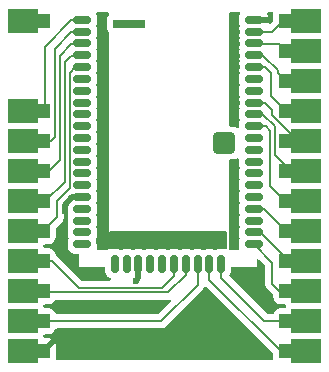
<source format=gbr>
%TF.GenerationSoftware,KiCad,Pcbnew,9.0.1+dfsg-1*%
%TF.CreationDate,2025-05-01T10:59:25+02:00*%
%TF.ProjectId,bluetooth,626c7565-746f-46f7-9468-2e6b69636164,rev?*%
%TF.SameCoordinates,Original*%
%TF.FileFunction,Copper,L1,Top*%
%TF.FilePolarity,Positive*%
%FSLAX46Y46*%
G04 Gerber Fmt 4.6, Leading zero omitted, Abs format (unit mm)*
G04 Created by KiCad (PCBNEW 9.0.1+dfsg-1) date 2025-05-01 10:59:25*
%MOMM*%
%LPD*%
G01*
G04 APERTURE LIST*
G04 Aperture macros list*
%AMRoundRect*
0 Rectangle with rounded corners*
0 $1 Rounding radius*
0 $2 $3 $4 $5 $6 $7 $8 $9 X,Y pos of 4 corners*
0 Add a 4 corners polygon primitive as box body*
4,1,4,$2,$3,$4,$5,$6,$7,$8,$9,$2,$3,0*
0 Add four circle primitives for the rounded corners*
1,1,$1+$1,$2,$3*
1,1,$1+$1,$4,$5*
1,1,$1+$1,$6,$7*
1,1,$1+$1,$8,$9*
0 Add four rect primitives between the rounded corners*
20,1,$1+$1,$2,$3,$4,$5,0*
20,1,$1+$1,$4,$5,$6,$7,0*
20,1,$1+$1,$6,$7,$8,$9,0*
20,1,$1+$1,$8,$9,$2,$3,0*%
G04 Aperture macros list end*
%TA.AperFunction,SMDPad,CuDef*%
%ADD10RoundRect,0.150000X-0.600000X-0.150000X0.600000X-0.150000X0.600000X0.150000X-0.600000X0.150000X0*%
%TD*%
%TA.AperFunction,SMDPad,CuDef*%
%ADD11RoundRect,0.150000X-0.150000X-0.600000X0.150000X-0.600000X0.150000X0.600000X-0.150000X0.600000X0*%
%TD*%
%TA.AperFunction,SMDPad,CuDef*%
%ADD12RoundRect,0.250000X-0.640000X-0.640000X0.640000X-0.640000X0.640000X0.640000X-0.640000X0.640000X0*%
%TD*%
%TA.AperFunction,SMDPad,CuDef*%
%ADD13RoundRect,0.190000X-1.205000X-0.190000X1.205000X-0.190000X1.205000X0.190000X-1.205000X0.190000X0*%
%TD*%
%TA.AperFunction,CastellatedPad*%
%ADD14R,2.540000X2.000000*%
%TD*%
%TA.AperFunction,ComponentPad*%
%ADD15RoundRect,0.250000X0.375000X0.375000X-0.375000X0.375000X-0.375000X-0.375000X0.375000X-0.375000X0*%
%TD*%
%TA.AperFunction,ViaPad*%
%ADD16C,0.600000*%
%TD*%
%TA.AperFunction,Conductor*%
%ADD17C,0.200000*%
%TD*%
%TA.AperFunction,Conductor*%
%ADD18C,0.500000*%
%TD*%
G04 APERTURE END LIST*
D10*
%TO.P,U1,1,DR1*%
%TO.N,DR1*%
X102010000Y-57550000D03*
%TO.P,U1,2,RFS1*%
%TO.N,RFS1*%
X102010000Y-58550000D03*
%TO.P,U1,3,SCLK1*%
%TO.N,SCLK1*%
X102010000Y-59550000D03*
%TO.P,U1,4,DT1*%
%TO.N,DT1*%
X102010000Y-60550000D03*
%TO.P,U1,5,MCLK1*%
%TO.N,MCLK1*%
X102010000Y-61550000D03*
%TO.P,U1,6,AOHPR*%
%TO.N,unconnected-(U1-AOHPR-Pad6)*%
X102010000Y-62550000D03*
%TO.P,U1,7,AOHPM*%
%TO.N,unconnected-(U1-AOHPM-Pad7)*%
X102010000Y-63550000D03*
%TO.P,U1,8,AOHPL*%
%TO.N,unconnected-(U1-AOHPL-Pad8)*%
X102010000Y-64550000D03*
%TO.P,U1,9,MICN2*%
%TO.N,unconnected-(U1-MICN2-Pad9)*%
X102010000Y-65550000D03*
%TO.P,U1,10,MICP2*%
%TO.N,unconnected-(U1-MICP2-Pad10)*%
X102010000Y-66550000D03*
%TO.P,U1,11,AIR*%
%TO.N,unconnected-(U1-AIR-Pad11)*%
X102010000Y-67550000D03*
%TO.P,U1,12,AIL*%
%TO.N,unconnected-(U1-AIL-Pad12)*%
X102010000Y-68550000D03*
%TO.P,U1,13,MICN1*%
%TO.N,unconnected-(U1-MICN1-Pad13)*%
X102010000Y-69550000D03*
%TO.P,U1,14,MICP1*%
%TO.N,unconnected-(U1-MICP1-Pad14)*%
X102010000Y-70550000D03*
%TO.P,U1,15,MICBIAS*%
%TO.N,unconnected-(U1-MICBIAS-Pad15)*%
X102010000Y-71550000D03*
%TO.P,U1,16,GND*%
%TO.N,GND*%
X102010000Y-72550000D03*
%TO.P,U1,17,DMIC_CLK*%
%TO.N,unconnected-(U1-DMIC_CLK-Pad17)*%
X102010000Y-73550000D03*
%TO.P,U1,18,DMIC1_R*%
%TO.N,unconnected-(U1-DMIC1_R-Pad18)*%
X102010000Y-74550000D03*
%TO.P,U1,19,DMIC1_L*%
%TO.N,unconnected-(U1-DMIC1_L-Pad19)*%
X102010000Y-75550000D03*
%TO.P,U1,20,P3_2*%
%TO.N,unconnected-(U1-P3_2-Pad20)*%
X102010000Y-76550000D03*
D11*
%TO.P,U1,21,P2_6*%
%TO.N,unconnected-(U1-P2_6-Pad21)*%
X104760000Y-78200000D03*
%TO.P,U1,22,ADAP_IN*%
%TO.N,unconnected-(U1-ADAP_IN-Pad22)*%
X105760000Y-78200000D03*
%TO.P,U1,23,BAT_IN*%
%TO.N,VCC_3V3*%
X106760000Y-78200000D03*
%TO.P,U1,24,SYS_PWR*%
%TO.N,unconnected-(U1-SYS_PWR-Pad24)*%
X107760000Y-78200000D03*
%TO.P,U1,25,VDD_IO*%
%TO.N,unconnected-(U1-VDD_IO-Pad25)*%
X108760000Y-78200000D03*
%TO.P,U1,26,PWR(MFB)*%
%TO.N,MFB*%
X109760000Y-78200000D03*
%TO.P,U1,27,SK1_AMB_DET*%
%TO.N,TEMP1*%
X110760000Y-78200000D03*
%TO.P,U1,28,SK2_KEY_AD*%
%TO.N,TEMP2*%
X111760000Y-78200000D03*
%TO.P,U1,29,P8_6/UART_RXD*%
%TO.N,UART_RXD*%
X112760000Y-78200000D03*
%TO.P,U1,30,P8_5/UART_TXD*%
%TO.N,UART_TXD*%
X113760000Y-78200000D03*
D10*
%TO.P,U1,31,P3_4/UART_RTS*%
%TO.N,UART_RTS*%
X116510000Y-76550000D03*
%TO.P,U1,32,LED1*%
%TO.N,LED1*%
X116510000Y-75550000D03*
%TO.P,U1,33,P0_2*%
%TO.N,unconnected-(U1-P0_2-Pad33)*%
X116510000Y-74550000D03*
%TO.P,U1,34,LED2*%
%TO.N,LED2*%
X116510000Y-73550000D03*
%TO.P,U1,35,P0_6*%
%TO.N,unconnected-(U1-P0_6-Pad35)*%
X116510000Y-72550000D03*
%TO.P,U1,36,DM*%
%TO.N,unconnected-(U1-DM-Pad36)*%
X116510000Y-71550000D03*
%TO.P,U1,37,DP*%
%TO.N,unconnected-(U1-DP-Pad37)*%
X116510000Y-70550000D03*
%TO.P,U1,38,P0_3*%
%TO.N,unconnected-(U1-P0_3-Pad38)*%
X116510000Y-69550000D03*
%TO.P,U1,39,P2_7*%
%TO.N,unconnected-(U1-P2_7-Pad39)*%
X116510000Y-68550000D03*
%TO.P,U1,40,P0_5*%
%TO.N,unconnected-(U1-P0_5-Pad40)*%
X116510000Y-67550000D03*
%TO.P,U1,41,P1_6/PWM1*%
%TO.N,PWM*%
X116510000Y-66550000D03*
%TO.P,U1,42,P2_3*%
%TO.N,GPIO_P2_3*%
X116510000Y-65550000D03*
%TO.P,U1,43,~{RST}*%
%TO.N,{slash}RESET*%
X116510000Y-64550000D03*
%TO.P,U1,44,P0_1*%
%TO.N,unconnected-(U1-P0_1-Pad44)*%
X116510000Y-63550000D03*
%TO.P,U1,45,P0_7*%
%TO.N,unconnected-(U1-P0_7-Pad45)*%
X116510000Y-62550000D03*
%TO.P,U1,46,P1_2/TDI_CPU/SCL*%
%TO.N,SCL*%
X116510000Y-61550000D03*
%TO.P,U1,47,P1_3/TCK_CPU/SDA*%
%TO.N,SDA*%
X116510000Y-60550000D03*
%TO.P,U1,48,P3_7/UART_CTS*%
%TO.N,UART_CTS*%
X116510000Y-59550000D03*
%TO.P,U1,49,P0_0/UART_TX_IND*%
%TO.N,UART_TX_IND*%
X116510000Y-58550000D03*
%TO.P,U1,50,GND*%
%TO.N,GND*%
X116510000Y-57550000D03*
D12*
%TO.P,U1,56,GND*%
X114030000Y-67980000D03*
D13*
%TO.P,U1,57,GND*%
X105970000Y-57870000D03*
%TD*%
D14*
%TO.P,M1,1,VCC*%
%TO.N,VCC_3V3*%
X96969000Y-57658000D03*
D15*
X98669000Y-57658000D03*
D14*
%TO.P,M1,4*%
%TO.N,DR1*%
X96969000Y-65278000D03*
D15*
X98669000Y-65278000D03*
D14*
%TO.P,M1,5*%
%TO.N,RFS1*%
X96969000Y-67818000D03*
D15*
X98669000Y-67818000D03*
D14*
%TO.P,M1,6*%
%TO.N,SCLK1*%
X96969000Y-70358000D03*
D15*
X98669000Y-70358000D03*
D14*
%TO.P,M1,7*%
%TO.N,DT1*%
X96969000Y-72898000D03*
D15*
X98669000Y-72898000D03*
D14*
%TO.P,M1,8*%
%TO.N,MCLK1*%
X96969000Y-75438000D03*
D15*
X98669000Y-75438000D03*
D14*
%TO.P,M1,9*%
%TO.N,MFB*%
X96969000Y-77978000D03*
D15*
X98669000Y-77978000D03*
D14*
%TO.P,M1,10*%
%TO.N,TEMP1*%
X96969000Y-80518000D03*
D15*
X98669000Y-80518000D03*
D14*
%TO.P,M1,11*%
%TO.N,TEMP2*%
X96969000Y-83058000D03*
D15*
X98669000Y-83058000D03*
D14*
%TO.P,M1,12,GND*%
%TO.N,GND*%
X96969000Y-85598000D03*
D15*
X98669000Y-85598000D03*
%TO.P,M1,13*%
%TO.N,UART_TX_IND*%
X119269000Y-57658000D03*
D14*
X120969000Y-57658000D03*
D15*
%TO.P,M1,14*%
%TO.N,UART_CTS*%
X119269000Y-60198000D03*
D14*
X120969000Y-60198000D03*
D15*
%TO.P,M1,15*%
%TO.N,SDA*%
X119269000Y-62738000D03*
D14*
X120969000Y-62738000D03*
D15*
%TO.P,M1,16*%
%TO.N,SCL*%
X119269000Y-65278000D03*
D14*
X120969000Y-65278000D03*
D15*
%TO.P,M1,17*%
%TO.N,{slash}RESET*%
X119269000Y-67818000D03*
D14*
X120969000Y-67818000D03*
D15*
%TO.P,M1,18*%
%TO.N,GPIO_P2_3*%
X119269000Y-70358000D03*
D14*
X120969000Y-70358000D03*
D15*
%TO.P,M1,19*%
%TO.N,PWM*%
X119269000Y-72898000D03*
D14*
X120969000Y-72898000D03*
D15*
%TO.P,M1,20*%
%TO.N,LED2*%
X119269000Y-75438000D03*
D14*
X120969000Y-75438000D03*
D15*
%TO.P,M1,21*%
%TO.N,LED1*%
X119269000Y-77978000D03*
D14*
X120969000Y-77978000D03*
D15*
%TO.P,M1,22*%
%TO.N,UART_RTS*%
X119269000Y-80518000D03*
D14*
X120969000Y-80518000D03*
D15*
%TO.P,M1,23*%
%TO.N,UART_TXD*%
X119269000Y-83058000D03*
D14*
X120969000Y-83058000D03*
D15*
%TO.P,M1,24*%
%TO.N,UART_RXD*%
X119269000Y-85598000D03*
D14*
X120969000Y-85598000D03*
%TD*%
D16*
%TO.N,GND*%
X103540000Y-61430000D03*
X115100000Y-59580000D03*
X100510000Y-73710000D03*
X107030000Y-81930000D03*
X103540000Y-60500000D03*
X114820000Y-65570000D03*
X111820000Y-76500000D03*
X109710000Y-76540000D03*
X113852000Y-68011000D03*
X101550000Y-81980000D03*
X114530000Y-83060000D03*
X104370000Y-85470000D03*
X103520000Y-57720000D03*
X114980000Y-76520000D03*
X100685000Y-84735000D03*
X103180000Y-81980000D03*
X114750000Y-73550000D03*
X116980000Y-80910000D03*
X103520000Y-72530000D03*
X112660000Y-81780000D03*
X115100000Y-61550000D03*
X105970000Y-57870000D03*
X117602000Y-57531000D03*
X103450000Y-76250000D03*
X115100000Y-60590000D03*
X107650000Y-76530000D03*
X114910000Y-75310000D03*
X115090000Y-58580000D03*
X114840000Y-66390000D03*
X103460000Y-67610000D03*
X112700000Y-76560000D03*
X115100000Y-64590000D03*
X114560000Y-85500000D03*
X110750000Y-76540000D03*
X111070000Y-82920000D03*
X103540000Y-59440000D03*
X113720000Y-76490000D03*
%TO.N,VCC_3V3*%
X106553000Y-79629000D03*
%TD*%
D17*
%TO.N,UART_CTS*%
X118652000Y-59581000D02*
X116541000Y-59581000D01*
X119269000Y-60198000D02*
X118652000Y-59581000D01*
X116541000Y-59581000D02*
X116510000Y-59550000D01*
X120269000Y-60198000D02*
X119269000Y-60198000D01*
%TO.N,UART_RXD*%
X120269000Y-85598000D02*
X118799000Y-85598000D01*
X112760000Y-79559000D02*
X112760000Y-78200000D01*
X118799000Y-85598000D02*
X112760000Y-79559000D01*
%TO.N,UART_TX_IND*%
X119002000Y-57658000D02*
X118079000Y-58581000D01*
X116541000Y-58581000D02*
X116510000Y-58550000D01*
X118079000Y-58581000D02*
X116541000Y-58581000D01*
X120269000Y-57658000D02*
X119002000Y-57658000D01*
%TO.N,LED2*%
X116541000Y-73581000D02*
X116510000Y-73550000D01*
X120269000Y-75438000D02*
X119269000Y-75438000D01*
X119208000Y-75438000D02*
X117351000Y-73581000D01*
X119269000Y-75438000D02*
X119208000Y-75438000D01*
X117351000Y-73581000D02*
X116541000Y-73581000D01*
%TO.N,PWM*%
X119269000Y-72898000D02*
X119188000Y-72898000D01*
X116541000Y-66581000D02*
X116510000Y-66550000D01*
X117900000Y-71610000D02*
X117900000Y-66930000D01*
X117551000Y-66581000D02*
X116541000Y-66581000D01*
X119188000Y-72898000D02*
X117900000Y-71610000D01*
X120269000Y-72898000D02*
X119269000Y-72898000D01*
X117900000Y-66930000D02*
X117551000Y-66581000D01*
%TO.N,SDA*%
X118550000Y-61820000D02*
X117311000Y-60581000D01*
X118550000Y-62019000D02*
X118550000Y-61820000D01*
X119269000Y-62738000D02*
X118550000Y-62019000D01*
X116541000Y-60581000D02*
X116510000Y-60550000D01*
X117311000Y-60581000D02*
X116541000Y-60581000D01*
X120269000Y-62738000D02*
X119269000Y-62738000D01*
%TO.N,SCL*%
X116541000Y-61581000D02*
X116510000Y-61550000D01*
X117461000Y-61581000D02*
X116541000Y-61581000D01*
X117970000Y-63979000D02*
X117970000Y-62090000D01*
X119269000Y-65278000D02*
X117970000Y-63979000D01*
X117970000Y-62090000D02*
X117461000Y-61581000D01*
X120269000Y-65278000D02*
X119269000Y-65278000D01*
%TO.N,DR1*%
X97669000Y-65278000D02*
X97790000Y-65278000D01*
X98806000Y-65141000D02*
X98806000Y-59857001D01*
X101082001Y-57581000D02*
X101979000Y-57581000D01*
X101979000Y-57581000D02*
X102010000Y-57550000D01*
X98806000Y-59857001D02*
X101082001Y-57581000D01*
X98669000Y-65278000D02*
X98806000Y-65141000D01*
D18*
%TO.N,GND*%
X116510000Y-57550000D02*
X116541000Y-57581000D01*
X117552000Y-57581000D02*
X117602000Y-57531000D01*
X101979000Y-72581000D02*
X102010000Y-72550000D01*
X100510000Y-73710000D02*
X100510000Y-73190000D01*
X116541000Y-57581000D02*
X117552000Y-57581000D01*
X100510000Y-73190000D02*
X101119000Y-72581000D01*
X101119000Y-72581000D02*
X101979000Y-72581000D01*
D17*
%TO.N,TEMP1*%
X110770000Y-79120000D02*
X110770000Y-78210000D01*
X110770000Y-78210000D02*
X110760000Y-78200000D01*
X109261000Y-80629000D02*
X110770000Y-79120000D01*
X97669000Y-80518000D02*
X97780000Y-80629000D01*
X97780000Y-80629000D02*
X109261000Y-80629000D01*
%TO.N,UART_TXD*%
X113760000Y-79400000D02*
X113760000Y-78200000D01*
X117418000Y-83058000D02*
X113760000Y-79400000D01*
X120269000Y-83058000D02*
X117418000Y-83058000D01*
%TO.N,MCLK1*%
X100930000Y-62070000D02*
X100930000Y-71770000D01*
X100930000Y-71770000D02*
X99840000Y-72860000D01*
X99840000Y-74267000D02*
X98669000Y-75438000D01*
X98669000Y-75438000D02*
X97669000Y-75438000D01*
X101419000Y-61581000D02*
X100930000Y-62070000D01*
X99840000Y-72860000D02*
X99840000Y-74267000D01*
X102010000Y-61550000D02*
X101979000Y-61581000D01*
X101979000Y-61581000D02*
X101419000Y-61581000D01*
%TO.N,RFS1*%
X99362000Y-67818000D02*
X98669000Y-67818000D01*
X101979000Y-58581000D02*
X101082001Y-58581000D01*
X98669000Y-67818000D02*
X97669000Y-67818000D01*
X102010000Y-58550000D02*
X101979000Y-58581000D01*
X99671501Y-59991500D02*
X99671500Y-59991500D01*
X99671500Y-59991500D02*
X99671500Y-65788500D01*
X99670000Y-67510000D02*
X99362000Y-67818000D01*
X99671500Y-65788500D02*
X99670000Y-65790000D01*
X101082001Y-58581000D02*
X99671501Y-59991500D01*
X99670000Y-65790000D02*
X99670000Y-67510000D01*
%TO.N,GPIO_P2_3*%
X118310000Y-68981000D02*
X118310000Y-66570000D01*
X116541000Y-65581000D02*
X116510000Y-65550000D01*
X118310000Y-66570000D02*
X117321000Y-65581000D01*
X117321000Y-65581000D02*
X116541000Y-65581000D01*
X119687000Y-70358000D02*
X118310000Y-68981000D01*
X120269000Y-70358000D02*
X119687000Y-70358000D01*
%TO.N,SCLK1*%
X100080000Y-60583001D02*
X100080000Y-69430000D01*
X102010000Y-59550000D02*
X101979000Y-59581000D01*
X99152000Y-70358000D02*
X97669000Y-70358000D01*
X101082001Y-59581000D02*
X100080000Y-60583001D01*
X100080000Y-69430000D02*
X99152000Y-70358000D01*
X101979000Y-59581000D02*
X101082001Y-59581000D01*
%TO.N,MFB*%
X109770000Y-79220000D02*
X109770000Y-78210000D01*
X101699000Y-80229000D02*
X108761000Y-80229000D01*
X99448000Y-77978000D02*
X101699000Y-80229000D01*
X108761000Y-80229000D02*
X109770000Y-79220000D01*
X109770000Y-78210000D02*
X109760000Y-78200000D01*
X97669000Y-77978000D02*
X99448000Y-77978000D01*
%TO.N,UART_RTS*%
X120269000Y-80518000D02*
X118698000Y-80518000D01*
X118080000Y-79900000D02*
X118080000Y-78120000D01*
X118698000Y-80518000D02*
X118080000Y-79900000D01*
X118080000Y-78120000D02*
X116510000Y-76550000D01*
%TO.N,{slash}RESET*%
X118060000Y-65210000D02*
X117431000Y-64581000D01*
X117431000Y-64581000D02*
X116541000Y-64581000D01*
X118060000Y-65640000D02*
X118060000Y-65210000D01*
X120238000Y-67818000D02*
X118060000Y-65640000D01*
X120269000Y-67818000D02*
X120238000Y-67818000D01*
X116541000Y-64581000D02*
X116510000Y-64550000D01*
%TO.N,TEMP2*%
X108682000Y-83058000D02*
X111760000Y-79980000D01*
X111760000Y-79980000D02*
X111760000Y-78200000D01*
X97669000Y-83058000D02*
X108682000Y-83058000D01*
%TO.N,DT1*%
X102010000Y-60550000D02*
X101979000Y-60581000D01*
X101082001Y-60581000D02*
X100510000Y-61153001D01*
X100510000Y-71260000D02*
X98872000Y-72898000D01*
X101979000Y-60581000D02*
X101082001Y-60581000D01*
X98872000Y-72898000D02*
X97669000Y-72898000D01*
X100510000Y-61153001D02*
X100510000Y-71260000D01*
%TO.N,LED1*%
X119528000Y-77978000D02*
X117131000Y-75581000D01*
X116541000Y-75581000D02*
X116510000Y-75550000D01*
X117131000Y-75581000D02*
X116541000Y-75581000D01*
X120269000Y-77978000D02*
X119528000Y-77978000D01*
D18*
%TO.N,VCC_3V3*%
X106760000Y-78200000D02*
X106760000Y-79422000D01*
X106760000Y-79422000D02*
X106553000Y-79629000D01*
%TD*%
%TA.AperFunction,Conductor*%
%TO.N,GND*%
G36*
X112497837Y-80151525D02*
G01*
X112522258Y-80170493D01*
X118107181Y-85755417D01*
X118140666Y-85816740D01*
X118143500Y-85843097D01*
X118143500Y-86023000D01*
X118143501Y-86023019D01*
X118154000Y-86125796D01*
X118154001Y-86125799D01*
X118180079Y-86204496D01*
X118182481Y-86274324D01*
X118146749Y-86334366D01*
X118084229Y-86365559D01*
X118062373Y-86367500D01*
X99875100Y-86367500D01*
X99808061Y-86347815D01*
X99762306Y-86295011D01*
X99752362Y-86225853D01*
X99757394Y-86204496D01*
X99783505Y-86125697D01*
X99783506Y-86125690D01*
X99793999Y-86022986D01*
X99793999Y-85173028D01*
X99793998Y-85173012D01*
X99783505Y-85070302D01*
X99728357Y-84903875D01*
X99723900Y-84896650D01*
X99044000Y-85576550D01*
X99044000Y-85548630D01*
X99018444Y-85453255D01*
X98969075Y-85367745D01*
X98899255Y-85297925D01*
X98813745Y-85248556D01*
X98718370Y-85223000D01*
X98690446Y-85223000D01*
X99370347Y-84543099D01*
X99363124Y-84538643D01*
X99363119Y-84538641D01*
X99196697Y-84483494D01*
X99196690Y-84483493D01*
X99093986Y-84473000D01*
X98812120Y-84473000D01*
X98790875Y-84466761D01*
X98768790Y-84465183D01*
X98758005Y-84457109D01*
X98745081Y-84453315D01*
X98730582Y-84436582D01*
X98712855Y-84423313D01*
X98702239Y-84403873D01*
X98699326Y-84400511D01*
X98695940Y-84392337D01*
X98688373Y-84372051D01*
X98683386Y-84302360D01*
X98688369Y-84285387D01*
X98696285Y-84264163D01*
X98738156Y-84208231D01*
X98803621Y-84183815D01*
X98812466Y-84183499D01*
X99094002Y-84183499D01*
X99094008Y-84183499D01*
X99196797Y-84172999D01*
X99363334Y-84117814D01*
X99512656Y-84025712D01*
X99636712Y-83901656D01*
X99728814Y-83752334D01*
X99731744Y-83743493D01*
X99771518Y-83686049D01*
X99836035Y-83659228D01*
X99849449Y-83658500D01*
X108595331Y-83658500D01*
X108595347Y-83658501D01*
X108602943Y-83658501D01*
X108761054Y-83658501D01*
X108761057Y-83658501D01*
X108913785Y-83617577D01*
X108925418Y-83610860D01*
X108968828Y-83585798D01*
X108968829Y-83585797D01*
X109050716Y-83538520D01*
X109162520Y-83426716D01*
X109162520Y-83426714D01*
X109172724Y-83416511D01*
X109172728Y-83416506D01*
X112118506Y-80470728D01*
X112118511Y-80470724D01*
X112128714Y-80460520D01*
X112128716Y-80460520D01*
X112240520Y-80348716D01*
X112319577Y-80211784D01*
X112319580Y-80211770D01*
X112320010Y-80210735D01*
X112320621Y-80209975D01*
X112323641Y-80204746D01*
X112324455Y-80205216D01*
X112363845Y-80156326D01*
X112430136Y-80134254D01*
X112497837Y-80151525D01*
G37*
%TD.AperFunction*%
%TA.AperFunction,Conductor*%
G36*
X109389366Y-81234962D02*
G01*
X109416823Y-81239242D01*
X109422530Y-81244307D01*
X109429873Y-81246376D01*
X109448295Y-81267170D01*
X109469083Y-81285618D01*
X109471146Y-81292964D01*
X109476205Y-81298675D01*
X109480460Y-81326135D01*
X109487973Y-81352886D01*
X109485737Y-81360179D01*
X109486906Y-81367720D01*
X109475641Y-81393120D01*
X109467498Y-81419688D01*
X109459521Y-81429466D01*
X109458580Y-81431590D01*
X109456873Y-81432713D01*
X109451663Y-81439101D01*
X108469584Y-82421181D01*
X108408261Y-82454666D01*
X108381903Y-82457500D01*
X99849449Y-82457500D01*
X99782410Y-82437815D01*
X99736655Y-82385011D01*
X99731744Y-82372507D01*
X99728814Y-82363667D01*
X99728814Y-82363666D01*
X99636712Y-82214344D01*
X99512656Y-82090288D01*
X99363334Y-81998186D01*
X99196797Y-81943001D01*
X99196795Y-81943000D01*
X99094016Y-81932500D01*
X99094009Y-81932500D01*
X98812466Y-81932500D01*
X98791220Y-81926261D01*
X98769132Y-81924682D01*
X98758348Y-81916609D01*
X98745427Y-81912815D01*
X98730927Y-81896081D01*
X98713199Y-81882810D01*
X98702585Y-81863373D01*
X98699672Y-81860011D01*
X98696284Y-81851833D01*
X98688638Y-81831333D01*
X98683654Y-81761641D01*
X98688639Y-81744664D01*
X98696286Y-81724163D01*
X98738159Y-81668230D01*
X98803624Y-81643815D01*
X98812467Y-81643499D01*
X99094002Y-81643499D01*
X99094008Y-81643499D01*
X99196797Y-81632999D01*
X99363334Y-81577814D01*
X99512656Y-81485712D01*
X99636712Y-81361656D01*
X99681894Y-81288404D01*
X99733842Y-81241679D01*
X99787433Y-81229500D01*
X109181939Y-81229500D01*
X109181943Y-81229501D01*
X109340057Y-81229501D01*
X109347164Y-81227596D01*
X109362622Y-81227427D01*
X109389366Y-81234962D01*
G37*
%TD.AperFunction*%
%TA.AperFunction,Conductor*%
G36*
X116965203Y-77854884D02*
G01*
X116971681Y-77860916D01*
X117443181Y-78332416D01*
X117476666Y-78393739D01*
X117479500Y-78420097D01*
X117479500Y-79813330D01*
X117479499Y-79813348D01*
X117479499Y-79979054D01*
X117479498Y-79979054D01*
X117520424Y-80131789D01*
X117520425Y-80131790D01*
X117543929Y-80172499D01*
X117543930Y-80172501D01*
X117599475Y-80268709D01*
X117599481Y-80268717D01*
X117718349Y-80387585D01*
X117718355Y-80387590D01*
X118107181Y-80776416D01*
X118140666Y-80837739D01*
X118143500Y-80864095D01*
X118143500Y-80943000D01*
X118143501Y-80943019D01*
X118154000Y-81045796D01*
X118154001Y-81045799D01*
X118209185Y-81212331D01*
X118209187Y-81212336D01*
X118223143Y-81234962D01*
X118301288Y-81361656D01*
X118425344Y-81485712D01*
X118574666Y-81577814D01*
X118741203Y-81632999D01*
X118843991Y-81643500D01*
X119125533Y-81643499D01*
X119146779Y-81649737D01*
X119168862Y-81651316D01*
X119179644Y-81659387D01*
X119192572Y-81663183D01*
X119207073Y-81679918D01*
X119224797Y-81693185D01*
X119235412Y-81712623D01*
X119238327Y-81715987D01*
X119241713Y-81724161D01*
X119249360Y-81744662D01*
X119254347Y-81814352D01*
X119249361Y-81831335D01*
X119241714Y-81851836D01*
X119199841Y-81907769D01*
X119134376Y-81932184D01*
X119125533Y-81932500D01*
X118843999Y-81932500D01*
X118843980Y-81932501D01*
X118741203Y-81943000D01*
X118741200Y-81943001D01*
X118574668Y-81998185D01*
X118574663Y-81998187D01*
X118425342Y-82090289D01*
X118301289Y-82214342D01*
X118209185Y-82363667D01*
X118206256Y-82372507D01*
X118166482Y-82429951D01*
X118101965Y-82456772D01*
X118088551Y-82457500D01*
X117718097Y-82457500D01*
X117651058Y-82437815D01*
X117630416Y-82421181D01*
X114489782Y-79280547D01*
X114456297Y-79219224D01*
X114461281Y-79149532D01*
X114470727Y-79129753D01*
X114511744Y-79060398D01*
X114557598Y-78902569D01*
X114560500Y-78865694D01*
X114560500Y-78574000D01*
X114580185Y-78506961D01*
X114632989Y-78461206D01*
X114684500Y-78450000D01*
X116760000Y-78450000D01*
X116760000Y-77948597D01*
X116779685Y-77881558D01*
X116832489Y-77835803D01*
X116901647Y-77825859D01*
X116965203Y-77854884D01*
G37*
%TD.AperFunction*%
%TA.AperFunction,Conductor*%
G36*
X100745055Y-72906691D02*
G01*
X100800989Y-72948562D01*
X100808454Y-72959752D01*
X100824206Y-72986387D01*
X100841389Y-73054110D01*
X100824207Y-73112627D01*
X100808258Y-73139595D01*
X100808254Y-73139605D01*
X100762402Y-73297426D01*
X100762401Y-73297432D01*
X100759500Y-73334298D01*
X100759500Y-73765701D01*
X100762401Y-73802567D01*
X100762402Y-73802573D01*
X100808253Y-73960393D01*
X100823918Y-73986881D01*
X100841098Y-74054606D01*
X100823918Y-74113119D01*
X100808253Y-74139606D01*
X100762402Y-74297426D01*
X100762401Y-74297432D01*
X100759500Y-74334298D01*
X100759500Y-74765701D01*
X100762401Y-74802567D01*
X100762402Y-74802573D01*
X100808253Y-74960393D01*
X100823918Y-74986881D01*
X100841098Y-75054606D01*
X100823918Y-75113119D01*
X100808253Y-75139606D01*
X100762402Y-75297426D01*
X100762401Y-75297432D01*
X100759500Y-75334298D01*
X100759500Y-75765701D01*
X100762401Y-75802567D01*
X100762402Y-75802573D01*
X100808253Y-75960393D01*
X100823918Y-75986881D01*
X100841098Y-76054606D01*
X100823918Y-76113119D01*
X100808253Y-76139606D01*
X100762402Y-76297426D01*
X100762401Y-76297432D01*
X100759500Y-76334298D01*
X100759500Y-76765701D01*
X100762401Y-76802567D01*
X100762402Y-76802573D01*
X100808254Y-76960393D01*
X100808255Y-76960396D01*
X100891917Y-77101862D01*
X100891923Y-77101870D01*
X101008129Y-77218076D01*
X101008133Y-77218079D01*
X101008135Y-77218081D01*
X101149602Y-77301744D01*
X101191224Y-77313836D01*
X101307426Y-77347597D01*
X101307429Y-77347597D01*
X101307431Y-77347598D01*
X101344306Y-77350500D01*
X101636000Y-77350500D01*
X101703039Y-77370185D01*
X101748794Y-77422989D01*
X101760000Y-77474500D01*
X101760000Y-78450000D01*
X103835500Y-78450000D01*
X103902539Y-78469685D01*
X103948294Y-78522489D01*
X103959500Y-78574000D01*
X103959500Y-78865701D01*
X103962401Y-78902567D01*
X103962402Y-78902573D01*
X104008254Y-79060393D01*
X104008255Y-79060396D01*
X104091917Y-79201862D01*
X104091923Y-79201870D01*
X104208129Y-79318076D01*
X104208133Y-79318079D01*
X104208135Y-79318081D01*
X104320752Y-79384682D01*
X104342879Y-79397768D01*
X104390562Y-79448837D01*
X104403066Y-79517579D01*
X104376421Y-79582168D01*
X104319086Y-79622098D01*
X104279758Y-79628500D01*
X101999098Y-79628500D01*
X101932059Y-79608815D01*
X101911417Y-79592181D01*
X99935590Y-77616355D01*
X99928521Y-77609286D01*
X99928520Y-77609284D01*
X99816716Y-77497480D01*
X99816713Y-77497478D01*
X99811995Y-77492760D01*
X99811987Y-77492745D01*
X99781971Y-77444083D01*
X99774981Y-77422989D01*
X99728814Y-77283666D01*
X99636712Y-77134344D01*
X99512656Y-77010288D01*
X99363334Y-76918186D01*
X99196797Y-76863001D01*
X99196795Y-76863000D01*
X99094016Y-76852500D01*
X99094009Y-76852500D01*
X98812466Y-76852500D01*
X98791220Y-76846261D01*
X98769132Y-76844682D01*
X98758348Y-76836609D01*
X98745427Y-76832815D01*
X98730927Y-76816081D01*
X98713199Y-76802810D01*
X98702585Y-76783373D01*
X98699672Y-76780011D01*
X98696284Y-76771833D01*
X98693997Y-76765701D01*
X98688637Y-76751332D01*
X98683654Y-76681641D01*
X98688639Y-76664664D01*
X98696286Y-76644163D01*
X98738159Y-76588230D01*
X98803624Y-76563815D01*
X98812467Y-76563499D01*
X99094002Y-76563499D01*
X99094008Y-76563499D01*
X99196797Y-76552999D01*
X99363334Y-76497814D01*
X99512656Y-76405712D01*
X99636712Y-76281656D01*
X99728814Y-76132334D01*
X99783999Y-75965797D01*
X99794500Y-75863009D01*
X99794499Y-75213095D01*
X99814183Y-75146057D01*
X99830813Y-75125420D01*
X100208713Y-74747521D01*
X100208716Y-74747520D01*
X100320520Y-74635716D01*
X100370639Y-74548904D01*
X100399577Y-74498785D01*
X100440500Y-74346057D01*
X100440500Y-74187943D01*
X100440500Y-73160096D01*
X100460185Y-73093057D01*
X100476809Y-73072425D01*
X100614046Y-72935188D01*
X100675363Y-72901707D01*
X100745055Y-72906691D01*
G37*
%TD.AperFunction*%
%TA.AperFunction,Conductor*%
G36*
X104173039Y-56908185D02*
G01*
X104218794Y-56960989D01*
X104230000Y-57012500D01*
X104230000Y-57196677D01*
X104212117Y-57260826D01*
X104131169Y-57394732D01*
X104131166Y-57394738D01*
X104081318Y-57554705D01*
X104081316Y-57554712D01*
X104075000Y-57624230D01*
X104075000Y-58115769D01*
X104081316Y-58185287D01*
X104081318Y-58185294D01*
X104131166Y-58345261D01*
X104131168Y-58345266D01*
X104212117Y-58479173D01*
X104230000Y-58543322D01*
X104230000Y-76926000D01*
X104210315Y-76993039D01*
X104157511Y-77038794D01*
X104106000Y-77050000D01*
X103350865Y-77050000D01*
X103283826Y-77030315D01*
X103238071Y-76977511D01*
X103228127Y-76908353D01*
X103231789Y-76891405D01*
X103257597Y-76802573D01*
X103257598Y-76802567D01*
X103260500Y-76765694D01*
X103260500Y-76334306D01*
X103257598Y-76297431D01*
X103253015Y-76281657D01*
X103211745Y-76139606D01*
X103211744Y-76139602D01*
X103196084Y-76113122D01*
X103178900Y-76045399D01*
X103196084Y-75986878D01*
X103211742Y-75960401D01*
X103211744Y-75960398D01*
X103257598Y-75802569D01*
X103260500Y-75765694D01*
X103260500Y-75334306D01*
X103257598Y-75297431D01*
X103245230Y-75254862D01*
X103211745Y-75139606D01*
X103211744Y-75139602D01*
X103211742Y-75139598D01*
X103196084Y-75113122D01*
X103178900Y-75045399D01*
X103196084Y-74986878D01*
X103211742Y-74960401D01*
X103211744Y-74960398D01*
X103257598Y-74802569D01*
X103260500Y-74765694D01*
X103260500Y-74334306D01*
X103257598Y-74297431D01*
X103225788Y-74187943D01*
X103211745Y-74139606D01*
X103211744Y-74139602D01*
X103196084Y-74113122D01*
X103178900Y-74045399D01*
X103196084Y-73986878D01*
X103211742Y-73960401D01*
X103211744Y-73960398D01*
X103257598Y-73802569D01*
X103260500Y-73765694D01*
X103260500Y-73334306D01*
X103257598Y-73297431D01*
X103256003Y-73291942D01*
X103211745Y-73139606D01*
X103211745Y-73139605D01*
X103211744Y-73139604D01*
X103211744Y-73139602D01*
X103195791Y-73112627D01*
X103178611Y-73044905D01*
X103195794Y-72986386D01*
X103211282Y-72960197D01*
X103211283Y-72960194D01*
X103257099Y-72802495D01*
X103257100Y-72802489D01*
X103259999Y-72765649D01*
X103260000Y-72765634D01*
X103260000Y-72334365D01*
X103259999Y-72334350D01*
X103257100Y-72297510D01*
X103257099Y-72297504D01*
X103211283Y-72139806D01*
X103211282Y-72139803D01*
X103195792Y-72113610D01*
X103178611Y-72045886D01*
X103195793Y-71987369D01*
X103211744Y-71960398D01*
X103257598Y-71802569D01*
X103260500Y-71765694D01*
X103260500Y-71334306D01*
X103257598Y-71297431D01*
X103211744Y-71139602D01*
X103196084Y-71113122D01*
X103178900Y-71045399D01*
X103196084Y-70986878D01*
X103211742Y-70960401D01*
X103211744Y-70960398D01*
X103257598Y-70802569D01*
X103260500Y-70765694D01*
X103260500Y-70334306D01*
X103257598Y-70297431D01*
X103211744Y-70139602D01*
X103196084Y-70113122D01*
X103178900Y-70045399D01*
X103196084Y-69986878D01*
X103211742Y-69960401D01*
X103211744Y-69960398D01*
X103257598Y-69802569D01*
X103260500Y-69765694D01*
X103260500Y-69334306D01*
X103257598Y-69297431D01*
X103251778Y-69277400D01*
X103211745Y-69139606D01*
X103211744Y-69139602D01*
X103196084Y-69113122D01*
X103178900Y-69045399D01*
X103196084Y-68986878D01*
X103211742Y-68960401D01*
X103211744Y-68960398D01*
X103257598Y-68802569D01*
X103260500Y-68765694D01*
X103260500Y-68334306D01*
X103257598Y-68297431D01*
X103211744Y-68139602D01*
X103196084Y-68113122D01*
X103178900Y-68045399D01*
X103196084Y-67986878D01*
X103211742Y-67960401D01*
X103211744Y-67960398D01*
X103257598Y-67802569D01*
X103260500Y-67765694D01*
X103260500Y-67334306D01*
X103257598Y-67297431D01*
X103211744Y-67139602D01*
X103196084Y-67113122D01*
X103178900Y-67045399D01*
X103196084Y-66986878D01*
X103211742Y-66960401D01*
X103211744Y-66960398D01*
X103257598Y-66802569D01*
X103260500Y-66765694D01*
X103260500Y-66334306D01*
X103257598Y-66297431D01*
X103211744Y-66139602D01*
X103196084Y-66113122D01*
X103178900Y-66045399D01*
X103196084Y-65986878D01*
X103211742Y-65960401D01*
X103211744Y-65960398D01*
X103257598Y-65802569D01*
X103260500Y-65765694D01*
X103260500Y-65334306D01*
X103257598Y-65297431D01*
X103211744Y-65139602D01*
X103196084Y-65113122D01*
X103178900Y-65045399D01*
X103196084Y-64986878D01*
X103211742Y-64960401D01*
X103211744Y-64960398D01*
X103257598Y-64802569D01*
X103260500Y-64765694D01*
X103260500Y-64334306D01*
X103257598Y-64297431D01*
X103238044Y-64230128D01*
X103211745Y-64139606D01*
X103211744Y-64139602D01*
X103196084Y-64113122D01*
X103178900Y-64045399D01*
X103196084Y-63986878D01*
X103211742Y-63960401D01*
X103211744Y-63960398D01*
X103257598Y-63802569D01*
X103260500Y-63765694D01*
X103260500Y-63334306D01*
X103257598Y-63297431D01*
X103211744Y-63139602D01*
X103196084Y-63113122D01*
X103178900Y-63045399D01*
X103196084Y-62986878D01*
X103211742Y-62960401D01*
X103211744Y-62960398D01*
X103257598Y-62802569D01*
X103260500Y-62765694D01*
X103260500Y-62334306D01*
X103257598Y-62297431D01*
X103211744Y-62139602D01*
X103196084Y-62113122D01*
X103178900Y-62045399D01*
X103196084Y-61986878D01*
X103211742Y-61960401D01*
X103211744Y-61960398D01*
X103257598Y-61802569D01*
X103260500Y-61765694D01*
X103260500Y-61334306D01*
X103257598Y-61297431D01*
X103211744Y-61139602D01*
X103196084Y-61113122D01*
X103178900Y-61045399D01*
X103196084Y-60986878D01*
X103211742Y-60960401D01*
X103211744Y-60960398D01*
X103257598Y-60802569D01*
X103260500Y-60765694D01*
X103260500Y-60334306D01*
X103257598Y-60297431D01*
X103211744Y-60139602D01*
X103196084Y-60113122D01*
X103178900Y-60045399D01*
X103196084Y-59986878D01*
X103211742Y-59960401D01*
X103211744Y-59960398D01*
X103257598Y-59802569D01*
X103260500Y-59765694D01*
X103260500Y-59334306D01*
X103257598Y-59297431D01*
X103211744Y-59139602D01*
X103196084Y-59113122D01*
X103178900Y-59045399D01*
X103196084Y-58986878D01*
X103211742Y-58960401D01*
X103211744Y-58960398D01*
X103257598Y-58802569D01*
X103260500Y-58765694D01*
X103260500Y-58334306D01*
X103257598Y-58297431D01*
X103211744Y-58139602D01*
X103196084Y-58113122D01*
X103178900Y-58045399D01*
X103196084Y-57986878D01*
X103211742Y-57960401D01*
X103211744Y-57960398D01*
X103257598Y-57802569D01*
X103260500Y-57765694D01*
X103260500Y-57334306D01*
X103257598Y-57297431D01*
X103238878Y-57232998D01*
X103211745Y-57139606D01*
X103211744Y-57139603D01*
X103211744Y-57139602D01*
X103173906Y-57075621D01*
X103156723Y-57007897D01*
X103178883Y-56941634D01*
X103233349Y-56897871D01*
X103280638Y-56888500D01*
X104106000Y-56888500D01*
X104173039Y-56908185D01*
G37*
%TD.AperFunction*%
%TA.AperFunction,Conductor*%
G36*
X115204458Y-69256704D02*
G01*
X115249228Y-69310346D01*
X115259500Y-69359761D01*
X115259500Y-69765701D01*
X115262401Y-69802567D01*
X115262402Y-69802573D01*
X115308253Y-69960393D01*
X115323918Y-69986881D01*
X115341098Y-70054606D01*
X115323918Y-70113119D01*
X115308253Y-70139606D01*
X115262402Y-70297426D01*
X115262401Y-70297432D01*
X115259500Y-70334298D01*
X115259500Y-70765701D01*
X115262401Y-70802567D01*
X115262402Y-70802573D01*
X115308253Y-70960393D01*
X115323918Y-70986881D01*
X115341098Y-71054606D01*
X115323918Y-71113119D01*
X115308253Y-71139606D01*
X115262402Y-71297426D01*
X115262401Y-71297432D01*
X115259500Y-71334298D01*
X115259500Y-71765701D01*
X115262401Y-71802567D01*
X115262402Y-71802573D01*
X115308253Y-71960393D01*
X115323918Y-71986881D01*
X115341098Y-72054606D01*
X115323918Y-72113118D01*
X115321121Y-72117847D01*
X115308253Y-72139606D01*
X115262402Y-72297426D01*
X115262401Y-72297432D01*
X115259500Y-72334298D01*
X115259500Y-72765701D01*
X115262401Y-72802567D01*
X115262402Y-72802573D01*
X115308253Y-72960393D01*
X115323918Y-72986881D01*
X115341098Y-73054606D01*
X115323918Y-73113119D01*
X115308253Y-73139606D01*
X115262402Y-73297426D01*
X115262401Y-73297432D01*
X115259500Y-73334298D01*
X115259500Y-73765701D01*
X115262401Y-73802567D01*
X115262402Y-73802573D01*
X115308253Y-73960393D01*
X115323918Y-73986881D01*
X115341098Y-74054606D01*
X115323918Y-74113119D01*
X115308253Y-74139606D01*
X115262402Y-74297426D01*
X115262401Y-74297432D01*
X115259500Y-74334298D01*
X115259500Y-74765701D01*
X115262401Y-74802567D01*
X115262402Y-74802573D01*
X115308253Y-74960393D01*
X115323918Y-74986881D01*
X115341098Y-75054606D01*
X115323918Y-75113119D01*
X115308253Y-75139606D01*
X115262402Y-75297426D01*
X115262401Y-75297432D01*
X115259500Y-75334298D01*
X115259500Y-75765701D01*
X115262401Y-75802567D01*
X115262402Y-75802573D01*
X115308253Y-75960393D01*
X115323918Y-75986881D01*
X115341098Y-76054606D01*
X115323918Y-76113119D01*
X115308253Y-76139606D01*
X115262402Y-76297426D01*
X115262401Y-76297432D01*
X115259500Y-76334298D01*
X115259500Y-76765701D01*
X115262401Y-76802567D01*
X115262402Y-76802573D01*
X115288211Y-76891405D01*
X115288012Y-76961274D01*
X115250070Y-77019944D01*
X115186432Y-77048788D01*
X115169135Y-77050000D01*
X114534000Y-77050000D01*
X114466961Y-77030315D01*
X114421206Y-76977511D01*
X114410000Y-76926000D01*
X114410000Y-69493999D01*
X114429685Y-69426960D01*
X114482489Y-69381205D01*
X114534000Y-69369999D01*
X114719972Y-69369999D01*
X114719986Y-69369998D01*
X114822697Y-69359505D01*
X114989119Y-69304358D01*
X114989126Y-69304355D01*
X115070402Y-69254223D01*
X115137795Y-69235782D01*
X115204458Y-69256704D01*
G37*
%TD.AperFunction*%
%TA.AperFunction,Conductor*%
G36*
X114203039Y-75479685D02*
G01*
X114248794Y-75532489D01*
X114260000Y-75584000D01*
X114260000Y-76859134D01*
X114240315Y-76926173D01*
X114187511Y-76971928D01*
X114118353Y-76981872D01*
X114101406Y-76978211D01*
X114012567Y-76952401D01*
X113975701Y-76949500D01*
X113975694Y-76949500D01*
X113544306Y-76949500D01*
X113544298Y-76949500D01*
X113507432Y-76952401D01*
X113507426Y-76952402D01*
X113349606Y-76998253D01*
X113323119Y-77013918D01*
X113255394Y-77031098D01*
X113196881Y-77013918D01*
X113170393Y-76998253D01*
X113012573Y-76952402D01*
X113012567Y-76952401D01*
X112975701Y-76949500D01*
X112975694Y-76949500D01*
X112544306Y-76949500D01*
X112544298Y-76949500D01*
X112507432Y-76952401D01*
X112507426Y-76952402D01*
X112349606Y-76998253D01*
X112323119Y-77013918D01*
X112255394Y-77031098D01*
X112196881Y-77013918D01*
X112170393Y-76998253D01*
X112012573Y-76952402D01*
X112012567Y-76952401D01*
X111975701Y-76949500D01*
X111975694Y-76949500D01*
X111544306Y-76949500D01*
X111544298Y-76949500D01*
X111507432Y-76952401D01*
X111507426Y-76952402D01*
X111349606Y-76998253D01*
X111323119Y-77013918D01*
X111255394Y-77031098D01*
X111196881Y-77013918D01*
X111170393Y-76998253D01*
X111012573Y-76952402D01*
X111012567Y-76952401D01*
X110975701Y-76949500D01*
X110975694Y-76949500D01*
X110544306Y-76949500D01*
X110544298Y-76949500D01*
X110507432Y-76952401D01*
X110507426Y-76952402D01*
X110349606Y-76998253D01*
X110323119Y-77013918D01*
X110255394Y-77031098D01*
X110196881Y-77013918D01*
X110170393Y-76998253D01*
X110012573Y-76952402D01*
X110012567Y-76952401D01*
X109975701Y-76949500D01*
X109975694Y-76949500D01*
X109544306Y-76949500D01*
X109544298Y-76949500D01*
X109507432Y-76952401D01*
X109507426Y-76952402D01*
X109349606Y-76998253D01*
X109323119Y-77013918D01*
X109255394Y-77031098D01*
X109196881Y-77013918D01*
X109170393Y-76998253D01*
X109012573Y-76952402D01*
X109012567Y-76952401D01*
X108975701Y-76949500D01*
X108975694Y-76949500D01*
X108544306Y-76949500D01*
X108544298Y-76949500D01*
X108507432Y-76952401D01*
X108507426Y-76952402D01*
X108349606Y-76998253D01*
X108323119Y-77013918D01*
X108255394Y-77031098D01*
X108196881Y-77013918D01*
X108170393Y-76998253D01*
X108012573Y-76952402D01*
X108012567Y-76952401D01*
X107975701Y-76949500D01*
X107975694Y-76949500D01*
X107544306Y-76949500D01*
X107544298Y-76949500D01*
X107507432Y-76952401D01*
X107507426Y-76952402D01*
X107349606Y-76998253D01*
X107323119Y-77013918D01*
X107255394Y-77031098D01*
X107196881Y-77013918D01*
X107170393Y-76998253D01*
X107012573Y-76952402D01*
X107012567Y-76952401D01*
X106975701Y-76949500D01*
X106975694Y-76949500D01*
X106544306Y-76949500D01*
X106544298Y-76949500D01*
X106507432Y-76952401D01*
X106507426Y-76952402D01*
X106349606Y-76998253D01*
X106323119Y-77013918D01*
X106255394Y-77031098D01*
X106196881Y-77013918D01*
X106170393Y-76998253D01*
X106012573Y-76952402D01*
X106012567Y-76952401D01*
X105975701Y-76949500D01*
X105975694Y-76949500D01*
X105544306Y-76949500D01*
X105544298Y-76949500D01*
X105507432Y-76952401D01*
X105507426Y-76952402D01*
X105349606Y-76998253D01*
X105323119Y-77013918D01*
X105255394Y-77031098D01*
X105196881Y-77013918D01*
X105170393Y-76998253D01*
X105012573Y-76952402D01*
X105012567Y-76952401D01*
X104975701Y-76949500D01*
X104975694Y-76949500D01*
X104544306Y-76949500D01*
X104544298Y-76949500D01*
X104507432Y-76952401D01*
X104418594Y-76978211D01*
X104348725Y-76978011D01*
X104290055Y-76940068D01*
X104261212Y-76876429D01*
X104260000Y-76859134D01*
X104260000Y-75584000D01*
X104279685Y-75516961D01*
X104332489Y-75471206D01*
X104384000Y-75460000D01*
X114136000Y-75460000D01*
X114203039Y-75479685D01*
G37*
%TD.AperFunction*%
%TA.AperFunction,Conductor*%
G36*
X115246400Y-56890396D02*
G01*
X115253022Y-56889192D01*
X115279499Y-56900115D01*
X115306982Y-56908185D01*
X115311389Y-56913271D01*
X115317611Y-56915838D01*
X115333980Y-56939343D01*
X115352737Y-56960989D01*
X115353694Y-56967650D01*
X115357541Y-56973173D01*
X115358604Y-57001794D01*
X115362681Y-57030147D01*
X115359946Y-57037916D01*
X115360135Y-57042995D01*
X115346675Y-57075621D01*
X115308717Y-57139803D01*
X115308716Y-57139806D01*
X115262900Y-57297504D01*
X115262899Y-57297510D01*
X115260000Y-57334350D01*
X115260000Y-57765649D01*
X115262899Y-57802489D01*
X115262900Y-57802495D01*
X115308716Y-57960193D01*
X115308717Y-57960196D01*
X115324207Y-57986388D01*
X115341389Y-58054112D01*
X115324207Y-58112627D01*
X115308258Y-58139595D01*
X115308254Y-58139605D01*
X115262402Y-58297426D01*
X115262401Y-58297432D01*
X115259500Y-58334298D01*
X115259500Y-58765701D01*
X115262401Y-58802567D01*
X115262402Y-58802573D01*
X115308253Y-58960393D01*
X115323918Y-58986881D01*
X115341098Y-59054606D01*
X115323918Y-59113119D01*
X115308253Y-59139606D01*
X115262402Y-59297426D01*
X115262401Y-59297432D01*
X115259500Y-59334298D01*
X115259500Y-59765701D01*
X115262401Y-59802567D01*
X115262402Y-59802573D01*
X115308253Y-59960393D01*
X115323918Y-59986881D01*
X115341098Y-60054606D01*
X115323918Y-60113119D01*
X115308253Y-60139606D01*
X115262402Y-60297426D01*
X115262401Y-60297432D01*
X115259500Y-60334298D01*
X115259500Y-60765701D01*
X115262401Y-60802567D01*
X115262402Y-60802573D01*
X115308253Y-60960393D01*
X115323918Y-60986881D01*
X115341098Y-61054606D01*
X115323918Y-61113119D01*
X115308253Y-61139606D01*
X115262402Y-61297426D01*
X115262401Y-61297432D01*
X115259500Y-61334298D01*
X115259500Y-61765701D01*
X115262401Y-61802567D01*
X115262402Y-61802573D01*
X115308253Y-61960393D01*
X115323918Y-61986881D01*
X115341098Y-62054606D01*
X115323918Y-62113119D01*
X115308253Y-62139606D01*
X115262402Y-62297426D01*
X115262401Y-62297432D01*
X115259500Y-62334298D01*
X115259500Y-62765701D01*
X115262401Y-62802567D01*
X115262402Y-62802573D01*
X115308253Y-62960393D01*
X115323918Y-62986881D01*
X115341098Y-63054606D01*
X115323918Y-63113119D01*
X115308253Y-63139606D01*
X115262402Y-63297426D01*
X115262401Y-63297432D01*
X115259500Y-63334298D01*
X115259500Y-63765701D01*
X115262401Y-63802567D01*
X115262402Y-63802573D01*
X115308253Y-63960393D01*
X115323918Y-63986881D01*
X115341098Y-64054606D01*
X115323918Y-64113119D01*
X115308253Y-64139606D01*
X115262402Y-64297426D01*
X115262401Y-64297432D01*
X115259500Y-64334298D01*
X115259500Y-64765701D01*
X115262401Y-64802567D01*
X115262402Y-64802573D01*
X115308253Y-64960393D01*
X115323918Y-64986881D01*
X115341098Y-65054606D01*
X115323918Y-65113119D01*
X115308253Y-65139606D01*
X115262402Y-65297426D01*
X115262401Y-65297432D01*
X115259500Y-65334298D01*
X115259500Y-65765701D01*
X115262401Y-65802567D01*
X115262402Y-65802573D01*
X115308253Y-65960393D01*
X115323918Y-65986881D01*
X115341098Y-66054606D01*
X115323918Y-66113119D01*
X115308253Y-66139606D01*
X115262402Y-66297426D01*
X115262401Y-66297432D01*
X115259500Y-66334298D01*
X115259500Y-66600238D01*
X115239815Y-66667277D01*
X115187011Y-66713032D01*
X115117853Y-66722976D01*
X115070403Y-66705777D01*
X114989124Y-66655643D01*
X114989119Y-66655641D01*
X114822697Y-66600494D01*
X114822690Y-66600493D01*
X114719986Y-66590000D01*
X114534000Y-66590000D01*
X114466961Y-66570315D01*
X114421206Y-66517511D01*
X114410000Y-66466000D01*
X114410000Y-57012500D01*
X114429685Y-56945461D01*
X114482489Y-56899706D01*
X114534000Y-56888500D01*
X115239943Y-56888500D01*
X115246400Y-56890396D01*
G37*
%TD.AperFunction*%
%TA.AperFunction,Conductor*%
G36*
X118089696Y-56896522D02*
G01*
X118117733Y-56901543D01*
X118122792Y-56906240D01*
X118129413Y-56908185D01*
X118148058Y-56929703D01*
X118168932Y-56949086D01*
X118170648Y-56955772D01*
X118175168Y-56960989D01*
X118179220Y-56989175D01*
X118186301Y-57016763D01*
X118184574Y-57026406D01*
X118185112Y-57030147D01*
X118180081Y-57051496D01*
X118172088Y-57075621D01*
X118154000Y-57130204D01*
X118143500Y-57232983D01*
X118143500Y-57615902D01*
X118134855Y-57645342D01*
X118128332Y-57675329D01*
X118124577Y-57680344D01*
X118123815Y-57682941D01*
X118107181Y-57703583D01*
X117971681Y-57839083D01*
X117910358Y-57872568D01*
X117840666Y-57867584D01*
X117784733Y-57825712D01*
X117760316Y-57760248D01*
X117760000Y-57751402D01*
X117760000Y-57334365D01*
X117759999Y-57334350D01*
X117757100Y-57297510D01*
X117757099Y-57297504D01*
X117711283Y-57139806D01*
X117711282Y-57139803D01*
X117673325Y-57075621D01*
X117656142Y-57007897D01*
X117678302Y-56941635D01*
X117732768Y-56897871D01*
X117780057Y-56888500D01*
X118062374Y-56888500D01*
X118089696Y-56896522D01*
G37*
%TD.AperFunction*%
%TD*%
M02*

</source>
